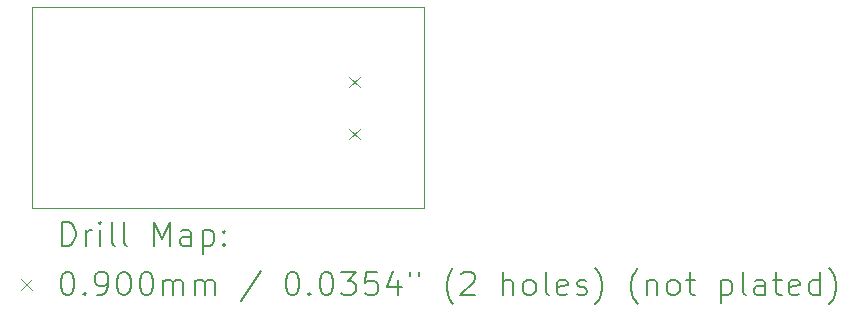
<source format=gbr>
%FSLAX45Y45*%
G04 Gerber Fmt 4.5, Leading zero omitted, Abs format (unit mm)*
G04 Created by KiCad (PCBNEW (6.0.5)) date 2024-01-21 09:53:14*
%MOMM*%
%LPD*%
G01*
G04 APERTURE LIST*
%TA.AperFunction,Profile*%
%ADD10C,0.100000*%
%TD*%
%ADD11C,0.200000*%
%ADD12C,0.090000*%
G04 APERTURE END LIST*
D10*
X12636500Y-8902700D02*
X15951200Y-8902700D01*
X15951200Y-8902700D02*
X15951200Y-10604500D01*
X15951200Y-10604500D02*
X12636500Y-10604500D01*
X12636500Y-10604500D02*
X12636500Y-8902700D01*
D11*
D12*
X15321100Y-9488600D02*
X15411100Y-9578600D01*
X15411100Y-9488600D02*
X15321100Y-9578600D01*
X15321100Y-9928600D02*
X15411100Y-10018600D01*
X15411100Y-9928600D02*
X15321100Y-10018600D01*
D11*
X12889119Y-10919976D02*
X12889119Y-10719976D01*
X12936738Y-10719976D01*
X12965309Y-10729500D01*
X12984357Y-10748548D01*
X12993881Y-10767595D01*
X13003405Y-10805690D01*
X13003405Y-10834262D01*
X12993881Y-10872357D01*
X12984357Y-10891405D01*
X12965309Y-10910452D01*
X12936738Y-10919976D01*
X12889119Y-10919976D01*
X13089119Y-10919976D02*
X13089119Y-10786643D01*
X13089119Y-10824738D02*
X13098643Y-10805690D01*
X13108167Y-10796167D01*
X13127214Y-10786643D01*
X13146262Y-10786643D01*
X13212928Y-10919976D02*
X13212928Y-10786643D01*
X13212928Y-10719976D02*
X13203405Y-10729500D01*
X13212928Y-10739024D01*
X13222452Y-10729500D01*
X13212928Y-10719976D01*
X13212928Y-10739024D01*
X13336738Y-10919976D02*
X13317690Y-10910452D01*
X13308167Y-10891405D01*
X13308167Y-10719976D01*
X13441500Y-10919976D02*
X13422452Y-10910452D01*
X13412928Y-10891405D01*
X13412928Y-10719976D01*
X13670071Y-10919976D02*
X13670071Y-10719976D01*
X13736738Y-10862833D01*
X13803405Y-10719976D01*
X13803405Y-10919976D01*
X13984357Y-10919976D02*
X13984357Y-10815214D01*
X13974833Y-10796167D01*
X13955786Y-10786643D01*
X13917690Y-10786643D01*
X13898643Y-10796167D01*
X13984357Y-10910452D02*
X13965309Y-10919976D01*
X13917690Y-10919976D01*
X13898643Y-10910452D01*
X13889119Y-10891405D01*
X13889119Y-10872357D01*
X13898643Y-10853310D01*
X13917690Y-10843786D01*
X13965309Y-10843786D01*
X13984357Y-10834262D01*
X14079595Y-10786643D02*
X14079595Y-10986643D01*
X14079595Y-10796167D02*
X14098643Y-10786643D01*
X14136738Y-10786643D01*
X14155786Y-10796167D01*
X14165309Y-10805690D01*
X14174833Y-10824738D01*
X14174833Y-10881881D01*
X14165309Y-10900929D01*
X14155786Y-10910452D01*
X14136738Y-10919976D01*
X14098643Y-10919976D01*
X14079595Y-10910452D01*
X14260548Y-10900929D02*
X14270071Y-10910452D01*
X14260548Y-10919976D01*
X14251024Y-10910452D01*
X14260548Y-10900929D01*
X14260548Y-10919976D01*
X14260548Y-10796167D02*
X14270071Y-10805690D01*
X14260548Y-10815214D01*
X14251024Y-10805690D01*
X14260548Y-10796167D01*
X14260548Y-10815214D01*
D12*
X12541500Y-11204500D02*
X12631500Y-11294500D01*
X12631500Y-11204500D02*
X12541500Y-11294500D01*
D11*
X12927214Y-11139976D02*
X12946262Y-11139976D01*
X12965309Y-11149500D01*
X12974833Y-11159024D01*
X12984357Y-11178071D01*
X12993881Y-11216167D01*
X12993881Y-11263786D01*
X12984357Y-11301881D01*
X12974833Y-11320928D01*
X12965309Y-11330452D01*
X12946262Y-11339976D01*
X12927214Y-11339976D01*
X12908167Y-11330452D01*
X12898643Y-11320928D01*
X12889119Y-11301881D01*
X12879595Y-11263786D01*
X12879595Y-11216167D01*
X12889119Y-11178071D01*
X12898643Y-11159024D01*
X12908167Y-11149500D01*
X12927214Y-11139976D01*
X13079595Y-11320928D02*
X13089119Y-11330452D01*
X13079595Y-11339976D01*
X13070071Y-11330452D01*
X13079595Y-11320928D01*
X13079595Y-11339976D01*
X13184357Y-11339976D02*
X13222452Y-11339976D01*
X13241500Y-11330452D01*
X13251024Y-11320928D01*
X13270071Y-11292357D01*
X13279595Y-11254262D01*
X13279595Y-11178071D01*
X13270071Y-11159024D01*
X13260548Y-11149500D01*
X13241500Y-11139976D01*
X13203405Y-11139976D01*
X13184357Y-11149500D01*
X13174833Y-11159024D01*
X13165309Y-11178071D01*
X13165309Y-11225690D01*
X13174833Y-11244738D01*
X13184357Y-11254262D01*
X13203405Y-11263786D01*
X13241500Y-11263786D01*
X13260548Y-11254262D01*
X13270071Y-11244738D01*
X13279595Y-11225690D01*
X13403405Y-11139976D02*
X13422452Y-11139976D01*
X13441500Y-11149500D01*
X13451024Y-11159024D01*
X13460548Y-11178071D01*
X13470071Y-11216167D01*
X13470071Y-11263786D01*
X13460548Y-11301881D01*
X13451024Y-11320928D01*
X13441500Y-11330452D01*
X13422452Y-11339976D01*
X13403405Y-11339976D01*
X13384357Y-11330452D01*
X13374833Y-11320928D01*
X13365309Y-11301881D01*
X13355786Y-11263786D01*
X13355786Y-11216167D01*
X13365309Y-11178071D01*
X13374833Y-11159024D01*
X13384357Y-11149500D01*
X13403405Y-11139976D01*
X13593881Y-11139976D02*
X13612928Y-11139976D01*
X13631976Y-11149500D01*
X13641500Y-11159024D01*
X13651024Y-11178071D01*
X13660548Y-11216167D01*
X13660548Y-11263786D01*
X13651024Y-11301881D01*
X13641500Y-11320928D01*
X13631976Y-11330452D01*
X13612928Y-11339976D01*
X13593881Y-11339976D01*
X13574833Y-11330452D01*
X13565309Y-11320928D01*
X13555786Y-11301881D01*
X13546262Y-11263786D01*
X13546262Y-11216167D01*
X13555786Y-11178071D01*
X13565309Y-11159024D01*
X13574833Y-11149500D01*
X13593881Y-11139976D01*
X13746262Y-11339976D02*
X13746262Y-11206643D01*
X13746262Y-11225690D02*
X13755786Y-11216167D01*
X13774833Y-11206643D01*
X13803405Y-11206643D01*
X13822452Y-11216167D01*
X13831976Y-11235214D01*
X13831976Y-11339976D01*
X13831976Y-11235214D02*
X13841500Y-11216167D01*
X13860548Y-11206643D01*
X13889119Y-11206643D01*
X13908167Y-11216167D01*
X13917690Y-11235214D01*
X13917690Y-11339976D01*
X14012928Y-11339976D02*
X14012928Y-11206643D01*
X14012928Y-11225690D02*
X14022452Y-11216167D01*
X14041500Y-11206643D01*
X14070071Y-11206643D01*
X14089119Y-11216167D01*
X14098643Y-11235214D01*
X14098643Y-11339976D01*
X14098643Y-11235214D02*
X14108167Y-11216167D01*
X14127214Y-11206643D01*
X14155786Y-11206643D01*
X14174833Y-11216167D01*
X14184357Y-11235214D01*
X14184357Y-11339976D01*
X14574833Y-11130452D02*
X14403405Y-11387595D01*
X14831976Y-11139976D02*
X14851024Y-11139976D01*
X14870071Y-11149500D01*
X14879595Y-11159024D01*
X14889119Y-11178071D01*
X14898643Y-11216167D01*
X14898643Y-11263786D01*
X14889119Y-11301881D01*
X14879595Y-11320928D01*
X14870071Y-11330452D01*
X14851024Y-11339976D01*
X14831976Y-11339976D01*
X14812928Y-11330452D01*
X14803405Y-11320928D01*
X14793881Y-11301881D01*
X14784357Y-11263786D01*
X14784357Y-11216167D01*
X14793881Y-11178071D01*
X14803405Y-11159024D01*
X14812928Y-11149500D01*
X14831976Y-11139976D01*
X14984357Y-11320928D02*
X14993881Y-11330452D01*
X14984357Y-11339976D01*
X14974833Y-11330452D01*
X14984357Y-11320928D01*
X14984357Y-11339976D01*
X15117690Y-11139976D02*
X15136738Y-11139976D01*
X15155786Y-11149500D01*
X15165309Y-11159024D01*
X15174833Y-11178071D01*
X15184357Y-11216167D01*
X15184357Y-11263786D01*
X15174833Y-11301881D01*
X15165309Y-11320928D01*
X15155786Y-11330452D01*
X15136738Y-11339976D01*
X15117690Y-11339976D01*
X15098643Y-11330452D01*
X15089119Y-11320928D01*
X15079595Y-11301881D01*
X15070071Y-11263786D01*
X15070071Y-11216167D01*
X15079595Y-11178071D01*
X15089119Y-11159024D01*
X15098643Y-11149500D01*
X15117690Y-11139976D01*
X15251024Y-11139976D02*
X15374833Y-11139976D01*
X15308167Y-11216167D01*
X15336738Y-11216167D01*
X15355786Y-11225690D01*
X15365309Y-11235214D01*
X15374833Y-11254262D01*
X15374833Y-11301881D01*
X15365309Y-11320928D01*
X15355786Y-11330452D01*
X15336738Y-11339976D01*
X15279595Y-11339976D01*
X15260548Y-11330452D01*
X15251024Y-11320928D01*
X15555786Y-11139976D02*
X15460548Y-11139976D01*
X15451024Y-11235214D01*
X15460548Y-11225690D01*
X15479595Y-11216167D01*
X15527214Y-11216167D01*
X15546262Y-11225690D01*
X15555786Y-11235214D01*
X15565309Y-11254262D01*
X15565309Y-11301881D01*
X15555786Y-11320928D01*
X15546262Y-11330452D01*
X15527214Y-11339976D01*
X15479595Y-11339976D01*
X15460548Y-11330452D01*
X15451024Y-11320928D01*
X15736738Y-11206643D02*
X15736738Y-11339976D01*
X15689119Y-11130452D02*
X15641500Y-11273309D01*
X15765309Y-11273309D01*
X15831976Y-11139976D02*
X15831976Y-11178071D01*
X15908167Y-11139976D02*
X15908167Y-11178071D01*
X16203405Y-11416167D02*
X16193881Y-11406643D01*
X16174833Y-11378071D01*
X16165309Y-11359024D01*
X16155786Y-11330452D01*
X16146262Y-11282833D01*
X16146262Y-11244738D01*
X16155786Y-11197119D01*
X16165309Y-11168548D01*
X16174833Y-11149500D01*
X16193881Y-11120929D01*
X16203405Y-11111405D01*
X16270071Y-11159024D02*
X16279595Y-11149500D01*
X16298643Y-11139976D01*
X16346262Y-11139976D01*
X16365309Y-11149500D01*
X16374833Y-11159024D01*
X16384357Y-11178071D01*
X16384357Y-11197119D01*
X16374833Y-11225690D01*
X16260548Y-11339976D01*
X16384357Y-11339976D01*
X16622452Y-11339976D02*
X16622452Y-11139976D01*
X16708167Y-11339976D02*
X16708167Y-11235214D01*
X16698643Y-11216167D01*
X16679595Y-11206643D01*
X16651024Y-11206643D01*
X16631976Y-11216167D01*
X16622452Y-11225690D01*
X16831976Y-11339976D02*
X16812929Y-11330452D01*
X16803405Y-11320928D01*
X16793881Y-11301881D01*
X16793881Y-11244738D01*
X16803405Y-11225690D01*
X16812929Y-11216167D01*
X16831976Y-11206643D01*
X16860548Y-11206643D01*
X16879595Y-11216167D01*
X16889119Y-11225690D01*
X16898643Y-11244738D01*
X16898643Y-11301881D01*
X16889119Y-11320928D01*
X16879595Y-11330452D01*
X16860548Y-11339976D01*
X16831976Y-11339976D01*
X17012929Y-11339976D02*
X16993881Y-11330452D01*
X16984357Y-11311405D01*
X16984357Y-11139976D01*
X17165310Y-11330452D02*
X17146262Y-11339976D01*
X17108167Y-11339976D01*
X17089119Y-11330452D01*
X17079595Y-11311405D01*
X17079595Y-11235214D01*
X17089119Y-11216167D01*
X17108167Y-11206643D01*
X17146262Y-11206643D01*
X17165310Y-11216167D01*
X17174833Y-11235214D01*
X17174833Y-11254262D01*
X17079595Y-11273309D01*
X17251024Y-11330452D02*
X17270071Y-11339976D01*
X17308167Y-11339976D01*
X17327214Y-11330452D01*
X17336738Y-11311405D01*
X17336738Y-11301881D01*
X17327214Y-11282833D01*
X17308167Y-11273309D01*
X17279595Y-11273309D01*
X17260548Y-11263786D01*
X17251024Y-11244738D01*
X17251024Y-11235214D01*
X17260548Y-11216167D01*
X17279595Y-11206643D01*
X17308167Y-11206643D01*
X17327214Y-11216167D01*
X17403405Y-11416167D02*
X17412929Y-11406643D01*
X17431976Y-11378071D01*
X17441500Y-11359024D01*
X17451024Y-11330452D01*
X17460548Y-11282833D01*
X17460548Y-11244738D01*
X17451024Y-11197119D01*
X17441500Y-11168548D01*
X17431976Y-11149500D01*
X17412929Y-11120929D01*
X17403405Y-11111405D01*
X17765310Y-11416167D02*
X17755786Y-11406643D01*
X17736738Y-11378071D01*
X17727214Y-11359024D01*
X17717690Y-11330452D01*
X17708167Y-11282833D01*
X17708167Y-11244738D01*
X17717690Y-11197119D01*
X17727214Y-11168548D01*
X17736738Y-11149500D01*
X17755786Y-11120929D01*
X17765310Y-11111405D01*
X17841500Y-11206643D02*
X17841500Y-11339976D01*
X17841500Y-11225690D02*
X17851024Y-11216167D01*
X17870071Y-11206643D01*
X17898643Y-11206643D01*
X17917690Y-11216167D01*
X17927214Y-11235214D01*
X17927214Y-11339976D01*
X18051024Y-11339976D02*
X18031976Y-11330452D01*
X18022452Y-11320928D01*
X18012929Y-11301881D01*
X18012929Y-11244738D01*
X18022452Y-11225690D01*
X18031976Y-11216167D01*
X18051024Y-11206643D01*
X18079595Y-11206643D01*
X18098643Y-11216167D01*
X18108167Y-11225690D01*
X18117690Y-11244738D01*
X18117690Y-11301881D01*
X18108167Y-11320928D01*
X18098643Y-11330452D01*
X18079595Y-11339976D01*
X18051024Y-11339976D01*
X18174833Y-11206643D02*
X18251024Y-11206643D01*
X18203405Y-11139976D02*
X18203405Y-11311405D01*
X18212929Y-11330452D01*
X18231976Y-11339976D01*
X18251024Y-11339976D01*
X18470071Y-11206643D02*
X18470071Y-11406643D01*
X18470071Y-11216167D02*
X18489119Y-11206643D01*
X18527214Y-11206643D01*
X18546262Y-11216167D01*
X18555786Y-11225690D01*
X18565310Y-11244738D01*
X18565310Y-11301881D01*
X18555786Y-11320928D01*
X18546262Y-11330452D01*
X18527214Y-11339976D01*
X18489119Y-11339976D01*
X18470071Y-11330452D01*
X18679595Y-11339976D02*
X18660548Y-11330452D01*
X18651024Y-11311405D01*
X18651024Y-11139976D01*
X18841500Y-11339976D02*
X18841500Y-11235214D01*
X18831976Y-11216167D01*
X18812929Y-11206643D01*
X18774833Y-11206643D01*
X18755786Y-11216167D01*
X18841500Y-11330452D02*
X18822452Y-11339976D01*
X18774833Y-11339976D01*
X18755786Y-11330452D01*
X18746262Y-11311405D01*
X18746262Y-11292357D01*
X18755786Y-11273309D01*
X18774833Y-11263786D01*
X18822452Y-11263786D01*
X18841500Y-11254262D01*
X18908167Y-11206643D02*
X18984357Y-11206643D01*
X18936738Y-11139976D02*
X18936738Y-11311405D01*
X18946262Y-11330452D01*
X18965310Y-11339976D01*
X18984357Y-11339976D01*
X19127214Y-11330452D02*
X19108167Y-11339976D01*
X19070071Y-11339976D01*
X19051024Y-11330452D01*
X19041500Y-11311405D01*
X19041500Y-11235214D01*
X19051024Y-11216167D01*
X19070071Y-11206643D01*
X19108167Y-11206643D01*
X19127214Y-11216167D01*
X19136738Y-11235214D01*
X19136738Y-11254262D01*
X19041500Y-11273309D01*
X19308167Y-11339976D02*
X19308167Y-11139976D01*
X19308167Y-11330452D02*
X19289119Y-11339976D01*
X19251024Y-11339976D01*
X19231976Y-11330452D01*
X19222452Y-11320928D01*
X19212929Y-11301881D01*
X19212929Y-11244738D01*
X19222452Y-11225690D01*
X19231976Y-11216167D01*
X19251024Y-11206643D01*
X19289119Y-11206643D01*
X19308167Y-11216167D01*
X19384357Y-11416167D02*
X19393881Y-11406643D01*
X19412929Y-11378071D01*
X19422452Y-11359024D01*
X19431976Y-11330452D01*
X19441500Y-11282833D01*
X19441500Y-11244738D01*
X19431976Y-11197119D01*
X19422452Y-11168548D01*
X19412929Y-11149500D01*
X19393881Y-11120929D01*
X19384357Y-11111405D01*
M02*

</source>
